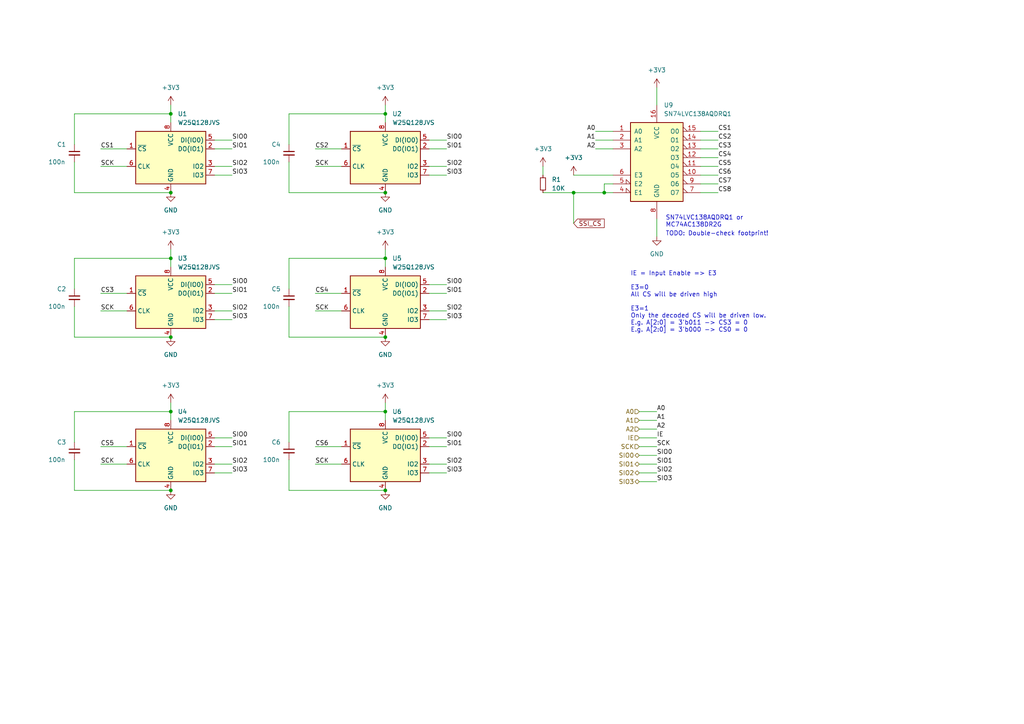
<source format=kicad_sch>
(kicad_sch (version 20211123) (generator eeschema)
  (paper "A4")
  (lib_symbols
    (symbol "74xx:74LS138" (pin_names (offset 1.016))
      (property "Reference" "U" (at -7.62 11.43 0))
      (property "Value" "74LS138" (at -7.62 -13.97 0))
      (symbol "74LS138_1_0"
        (pin input line (at -12.7 7.62 0) (length 5.08) (name "A0") (number "1"))
        (pin output output_low (at 12.7 -5.08 180) (length 5.08) (name "O5") (number "10"))
        (pin output output_low (at 12.7 -2.54 180) (length 5.08) (name "O4") (number "11"))
        (pin output output_low (at 12.7 0 180) (length 5.08) (name "O3") (number "12"))
        (pin output output_low (at 12.7 2.54 180) (length 5.08) (name "O2") (number "13"))
        (pin output output_low (at 12.7 5.08 180) (length 5.08) (name "O1") (number "14"))
        (pin output output_low (at 12.7 7.62 180) (length 5.08) (name "O0") (number "15"))
        (pin power_in line (at 0 15.24 270) (length 5.08) (name "VCC") (number "16"))
        (pin input line (at -12.7 5.08 0) (length 5.08) (name "A1") (number "2"))
        (pin input line (at -12.7 2.54 0) (length 5.08) (name "A2") (number "3"))
        (pin input input_low (at -12.7 -10.16 0) (length 5.08) (name "E1") (number "4"))
        (pin input input_low (at -12.7 -7.62 0) (length 5.08) (name "E2") (number "5"))
        (pin input line (at -12.7 -5.08 0) (length 5.08) (name "E3") (number "6"))
        (pin output output_low (at 12.7 -10.16 180) (length 5.08) (name "O7") (number "7"))
        (pin power_in line (at 0 -17.78 90) (length 5.08) (name "GND") (number "8"))
        (pin output output_low (at 12.7 -7.62 180) (length 5.08) (name "O6") (number "9"))
      )
      (symbol "74LS138_1_1"
        (rectangle (start -7.62 10.16) (end 7.62 -12.7) (stroke (width 0.254)) (fill (type background)))
      )
    )
    (symbol "Device:C_Small" (pin_numbers hide) (pin_names (offset 0.254) hide)
      (property "Reference" "C" (at 0.254 1.778 0))
      (property "Value" "C_Small" (at 0.254 -2.032 0))
      (symbol "C_Small_0_1"
        (polyline (pts (xy -1.524 -0.508) (xy 1.524 -0.508)) (stroke (width 0.3302)))
        (polyline (pts (xy -1.524 0.508) (xy 1.524 0.508)) (stroke (width 0.3048)))
      )
      (symbol "C_Small_1_1"
        (pin passive line (at 0 2.54 270) (length 2.032) (name "~") (number "1"))
        (pin passive line (at 0 -2.54 90) (length 2.032) (name "~") (number "2"))
      )
    )
    (symbol "Device:R_Small" (pin_numbers hide) (pin_names (offset 0.254) hide)
      (property "Reference" "R" (at 0.762 0.508 0))
      (property "Value" "R_Small" (at 0.762 -1.016 0))
      (symbol "R_Small_0_1"
        (rectangle (start -0.762 1.778) (end 0.762 -1.778) (stroke (width 0.2032)))
      )
      (symbol "R_Small_1_1"
        (pin passive line (at 0 2.54 270) (length 0.762) (name "~") (number "1"))
        (pin passive line (at 0 -2.54 90) (length 0.762) (name "~") (number "2"))
      )
    )
    (symbol "Memory_Flash:W25Q128JVS"
      (property "Reference" "U" (at -8.89 8.89 0))
      (property "Value" "W25Q128JVS" (at 7.62 8.89 0))
      (symbol "W25Q128JVS_0_1"
        (rectangle (start -10.16 7.62) (end 10.16 -7.62) (stroke (width 0.254)) (fill (type background)))
      )
      (symbol "W25Q128JVS_1_1"
        (pin input line (at -12.7 2.54 0) (length 2.54) (name "~{CS}") (number "1"))
        (pin bidirectional line (at 12.7 2.54 180) (length 2.54) (name "DO(IO1)") (number "2"))
        (pin bidirectional line (at 12.7 -2.54 180) (length 2.54) (name "IO2") (number "3"))
        (pin power_in line (at 0 -10.16 90) (length 2.54) (name "GND") (number "4"))
        (pin bidirectional line (at 12.7 5.08 180) (length 2.54) (name "DI(IO0)") (number "5"))
        (pin input line (at -12.7 -2.54 0) (length 2.54) (name "CLK") (number "6"))
        (pin bidirectional line (at 12.7 -5.08 180) (length 2.54) (name "IO3") (number "7"))
        (pin power_in line (at 0 10.16 270) (length 2.54) (name "VCC") (number "8"))
      )
    )
    (symbol "power:+3V3" (power) (pin_names (offset 0))
      (property "Value" "+3V3" (at 0 3.556 0))
      (symbol "+3V3_0_1"
        (polyline (pts (xy -0.762 1.27) (xy 0 2.54)))
        (polyline (pts (xy 0 0) (xy 0 2.54)))
        (polyline (pts (xy 0 2.54) (xy 0.762 1.27)))
      )
      (symbol "+3V3_1_1"
        (pin power_in line (at 0 0 90) (length 0) hide (name "+3V3") (number "1"))
      )
    )
    (symbol "power:GND" (power) (pin_names (offset 0))
      (property "Value" "GND" (at 0 -3.81 0))
      (symbol "GND_0_1"
        (polyline (pts (xy 0 0) (xy 0 -1.27) (xy 1.27 -1.27) (xy 0 -2.54) (xy -1.27 -1.27) (xy 0 -1.27)))
      )
      (symbol "GND_1_1"
        (pin power_in line (at 0 0 270) (length 0) hide (name "GND") (number "1"))
      )
    )
  )
  (junction (at 49.53 142.24))
  (junction (at 111.76 97.79))
  (junction (at 175.26 55.88))
  (junction (at 111.76 119.38))
  (junction (at 111.76 55.88))
  (junction (at 49.53 119.38))
  (junction (at 49.53 33.02))
  (junction (at 49.53 74.93))
  (junction (at 111.76 74.93))
  (junction (at 111.76 33.02))
  (junction (at 49.53 97.79))
  (junction (at 49.53 55.88))
  (junction (at 111.76 142.24))
  (junction (at 166.37 55.88))
  (wire (pts (xy 190.5 63.5) (xy 190.5 68.58)))
  (wire (pts (xy 62.23 40.64) (xy 67.31 40.64)))
  (wire (pts (xy 175.26 53.34) (xy 175.26 55.88)))
  (wire (pts (xy 203.2 40.64) (xy 208.28 40.64)))
  (wire (pts (xy 29.21 134.62) (xy 36.83 134.62)))
  (wire (pts (xy 83.82 97.79) (xy 111.76 97.79)))
  (wire (pts (xy 124.46 137.16) (xy 129.54 137.16)))
  (wire (pts (xy 21.59 88.9) (xy 21.59 97.79)))
  (wire (pts (xy 83.82 88.9) (xy 83.82 97.79)))
  (wire (pts (xy 91.44 85.09) (xy 99.06 85.09)))
  (wire (pts (xy 62.23 129.54) (xy 67.31 129.54)))
  (wire (pts (xy 124.46 50.8) (xy 129.54 50.8)))
  (wire (pts (xy 111.76 33.02) (xy 111.76 35.56)))
  (wire (pts (xy 49.53 72.39) (xy 49.53 74.93)))
  (wire (pts (xy 62.23 90.17) (xy 67.31 90.17)))
  (wire (pts (xy 29.21 85.09) (xy 36.83 85.09)))
  (wire (pts (xy 185.42 127) (xy 190.5 127)))
  (wire (pts (xy 185.42 124.46) (xy 190.5 124.46)))
  (wire (pts (xy 62.23 134.62) (xy 67.31 134.62)))
  (wire (pts (xy 91.44 90.17) (xy 99.06 90.17)))
  (wire (pts (xy 111.76 72.39) (xy 111.76 74.93)))
  (wire (pts (xy 21.59 142.24) (xy 49.53 142.24)))
  (wire (pts (xy 185.42 132.08) (xy 190.5 132.08)))
  (wire (pts (xy 29.21 43.18) (xy 36.83 43.18)))
  (wire (pts (xy 203.2 45.72) (xy 208.28 45.72)))
  (wire (pts (xy 62.23 127) (xy 67.31 127)))
  (wire (pts (xy 49.53 116.84) (xy 49.53 119.38)))
  (wire (pts (xy 166.37 55.88) (xy 175.26 55.88)))
  (wire (pts (xy 83.82 33.02) (xy 83.82 41.91)))
  (wire (pts (xy 21.59 46.99) (xy 21.59 55.88)))
  (wire (pts (xy 175.26 55.88) (xy 177.8 55.88)))
  (wire (pts (xy 83.82 119.38) (xy 83.82 128.27)))
  (wire (pts (xy 185.42 119.38) (xy 190.5 119.38)))
  (wire (pts (xy 166.37 55.88) (xy 166.37 64.77)))
  (wire (pts (xy 49.53 33.02) (xy 49.53 35.56)))
  (wire (pts (xy 157.48 48.26) (xy 157.48 50.8)))
  (wire (pts (xy 124.46 48.26) (xy 129.54 48.26)))
  (wire (pts (xy 185.42 134.62) (xy 190.5 134.62)))
  (wire (pts (xy 172.72 43.18) (xy 177.8 43.18)))
  (wire (pts (xy 83.82 142.24) (xy 111.76 142.24)))
  (wire (pts (xy 175.26 53.34) (xy 177.8 53.34)))
  (wire (pts (xy 111.76 74.93) (xy 111.76 77.47)))
  (wire (pts (xy 91.44 48.26) (xy 99.06 48.26)))
  (wire (pts (xy 62.23 82.55) (xy 67.31 82.55)))
  (wire (pts (xy 62.23 137.16) (xy 67.31 137.16)))
  (wire (pts (xy 49.53 74.93) (xy 49.53 77.47)))
  (wire (pts (xy 49.53 33.02) (xy 21.59 33.02)))
  (wire (pts (xy 111.76 30.48) (xy 111.76 33.02)))
  (wire (pts (xy 203.2 43.18) (xy 208.28 43.18)))
  (wire (pts (xy 21.59 133.35) (xy 21.59 142.24)))
  (wire (pts (xy 83.82 55.88) (xy 111.76 55.88)))
  (wire (pts (xy 124.46 90.17) (xy 129.54 90.17)))
  (wire (pts (xy 157.48 55.88) (xy 166.37 55.88)))
  (wire (pts (xy 91.44 129.54) (xy 99.06 129.54)))
  (wire (pts (xy 62.23 50.8) (xy 67.31 50.8)))
  (wire (pts (xy 185.42 137.16) (xy 190.5 137.16)))
  (wire (pts (xy 83.82 74.93) (xy 83.82 83.82)))
  (wire (pts (xy 124.46 92.71) (xy 129.54 92.71)))
  (wire (pts (xy 111.76 116.84) (xy 111.76 119.38)))
  (wire (pts (xy 203.2 50.8) (xy 208.28 50.8)))
  (wire (pts (xy 62.23 48.26) (xy 67.31 48.26)))
  (wire (pts (xy 172.72 40.64) (xy 177.8 40.64)))
  (wire (pts (xy 49.53 74.93) (xy 21.59 74.93)))
  (wire (pts (xy 29.21 90.17) (xy 36.83 90.17)))
  (wire (pts (xy 111.76 33.02) (xy 83.82 33.02)))
  (wire (pts (xy 49.53 30.48) (xy 49.53 33.02)))
  (wire (pts (xy 124.46 127) (xy 129.54 127)))
  (wire (pts (xy 62.23 92.71) (xy 67.31 92.71)))
  (wire (pts (xy 124.46 85.09) (xy 129.54 85.09)))
  (wire (pts (xy 124.46 82.55) (xy 129.54 82.55)))
  (wire (pts (xy 62.23 43.18) (xy 67.31 43.18)))
  (wire (pts (xy 91.44 134.62) (xy 99.06 134.62)))
  (wire (pts (xy 124.46 43.18) (xy 129.54 43.18)))
  (wire (pts (xy 203.2 53.34) (xy 208.28 53.34)))
  (wire (pts (xy 203.2 55.88) (xy 208.28 55.88)))
  (wire (pts (xy 124.46 40.64) (xy 129.54 40.64)))
  (wire (pts (xy 29.21 48.26) (xy 36.83 48.26)))
  (wire (pts (xy 185.42 121.92) (xy 190.5 121.92)))
  (wire (pts (xy 111.76 119.38) (xy 83.82 119.38)))
  (wire (pts (xy 29.21 129.54) (xy 36.83 129.54)))
  (wire (pts (xy 21.59 55.88) (xy 49.53 55.88)))
  (wire (pts (xy 83.82 133.35) (xy 83.82 142.24)))
  (wire (pts (xy 21.59 33.02) (xy 21.59 41.91)))
  (wire (pts (xy 21.59 74.93) (xy 21.59 83.82)))
  (wire (pts (xy 83.82 46.99) (xy 83.82 55.88)))
  (wire (pts (xy 49.53 119.38) (xy 49.53 121.92)))
  (wire (pts (xy 124.46 129.54) (xy 129.54 129.54)))
  (wire (pts (xy 185.42 129.54) (xy 190.5 129.54)))
  (wire (pts (xy 111.76 74.93) (xy 83.82 74.93)))
  (wire (pts (xy 166.37 50.8) (xy 177.8 50.8)))
  (wire (pts (xy 203.2 48.26) (xy 208.28 48.26)))
  (wire (pts (xy 21.59 97.79) (xy 49.53 97.79)))
  (wire (pts (xy 91.44 43.18) (xy 99.06 43.18)))
  (wire (pts (xy 185.42 139.7) (xy 190.5 139.7)))
  (wire (pts (xy 190.5 25.4) (xy 190.5 30.48)))
  (wire (pts (xy 124.46 134.62) (xy 129.54 134.62)))
  (wire (pts (xy 49.53 119.38) (xy 21.59 119.38)))
  (wire (pts (xy 172.72 38.1) (xy 177.8 38.1)))
  (wire (pts (xy 111.76 119.38) (xy 111.76 121.92)))
  (wire (pts (xy 203.2 38.1) (xy 208.28 38.1)))
  (wire (pts (xy 21.59 119.38) (xy 21.59 128.27)))
  (wire (pts (xy 62.23 85.09) (xy 67.31 85.09)))
  (text "TODO: Double-check footprint!" (at 193.04 68.58 0) (effects (font (size 1.27 1.27)) (justify left bottom)))
  (text "IE = Input Enable => E3\n\nE3=0\nAll CS will be driven high\n\nE3=1\nOnly the decoded CS will be driven low.\nE.g. A[2:0] = 3'b011 -> CS3 = 0\nE.g. A[2:0] = 3'b000 -> CS0 = 0\n" (at 182.88 96.52 0) (effects (font (size 1.27 1.27)) (justify left bottom)))
  (text "SN74LVC138AQDRQ1 or\nMC74AC138DR2G" (at 193.04 66.04 0) (effects (font (size 1.27 1.27)) (justify left bottom)))
  (label "SIO0" (at 129.54 127 0))
  (label "SIO2" (at 190.5 137.16 0))
  (label "SIO2" (at 129.54 90.17 0))
  (label "SIO0" (at 129.54 82.55 0))
  (label "A2" (at 172.72 43.18 180))
  (label "CS2" (at 91.44 43.18 0))
  (label "IE" (at 190.5 127 0))
  (label "CS1" (at 208.28 38.1 0))
  (label "SIO3" (at 67.31 137.16 0))
  (label "SCK" (at 91.44 90.17 0))
  (label "A1" (at 172.72 40.64 180))
  (label "SIO0" (at 67.31 127 0))
  (label "CS6" (at 208.28 50.8 0))
  (label "SIO3" (at 129.54 92.71 0))
  (label "SIO1" (at 129.54 129.54 0))
  (label "SIO3" (at 190.5 139.7 0))
  (label "SCK" (at 29.21 134.62 0))
  (label "SIO0" (at 67.31 40.64 0))
  (label "CS2" (at 208.28 40.64 0))
  (label "SCK" (at 190.5 129.54 0))
  (label "CS8" (at 208.28 55.88 0))
  (label "SIO2" (at 129.54 48.26 0))
  (label "CS5" (at 208.28 48.26 0))
  (label "A2" (at 190.5 124.46 0))
  (label "SIO2" (at 129.54 134.62 0))
  (label "CS5" (at 29.21 129.54 0))
  (label "SCK" (at 91.44 48.26 0))
  (label "CS3" (at 29.21 85.09 0))
  (label "CS4" (at 208.28 45.72 0))
  (label "CS4" (at 91.44 85.09 0))
  (label "SIO3" (at 129.54 50.8 0))
  (label "CS3" (at 208.28 43.18 0))
  (label "A1" (at 190.5 121.92 0))
  (label "A0" (at 172.72 38.1 180))
  (label "CS7" (at 208.28 53.34 0))
  (label "SIO0" (at 67.31 82.55 0))
  (label "SIO0" (at 190.5 132.08 0))
  (label "SIO0" (at 129.54 40.64 0))
  (label "SIO1" (at 67.31 129.54 0))
  (label "SIO1" (at 67.31 85.09 0))
  (label "SCK" (at 29.21 48.26 0))
  (label "SIO1" (at 67.31 43.18 0))
  (label "CS1" (at 29.21 43.18 0))
  (label "SIO2" (at 67.31 134.62 0))
  (label "A0" (at 190.5 119.38 0))
  (label "SCK" (at 29.21 90.17 0))
  (label "SIO2" (at 67.31 90.17 0))
  (label "SIO1" (at 129.54 43.18 0))
  (label "CS6" (at 91.44 129.54 0))
  (label "SIO2" (at 67.31 48.26 0))
  (label "SIO3" (at 129.54 137.16 0))
  (label "SIO3" (at 67.31 50.8 0))
  (label "SIO3" (at 67.31 92.71 0))
  (label "SIO1" (at 129.54 85.09 0))
  (label "SIO1" (at 190.5 134.62 0))
  (label "SCK" (at 91.44 134.62 0))
  (global_label "~{SSI_CS}" (shape input) (at 166.37 64.77 0) (property "Intersheet References" "${INTERSHEET_REFS}" (effects hide)))
  (hierarchical_label "IE" (shape input) (at 185.42 127 180))
  (hierarchical_label "A2" (shape input) (at 185.42 124.46 180))
  (hierarchical_label "SIO3" (shape bidirectional) (at 185.42 139.7 180))
  (hierarchical_label "A0" (shape input) (at 185.42 119.38 180))
  (hierarchical_label "SIO2" (shape bidirectional) (at 185.42 137.16 180))
  (hierarchical_label "SIO0" (shape bidirectional) (at 185.42 132.08 180))
  (hierarchical_label "SIO1" (shape bidirectional) (at 185.42 134.62 180))
  (hierarchical_label "A1" (shape input) (at 185.42 121.92 180))
  (hierarchical_label "SCK" (shape input) (at 185.42 129.54 180))
  (symbol (lib_id "power:+3V3") (at 190.5 25.4 0) (unit 1)
    (property "Reference" "#PWR019" (effects hide))
    (property "Value" "+3V3" (at 190.5 20.32 0))
  )
  (symbol (lib_id "power:+3V3") (at 111.76 30.48 0) (unit 1)
    (property "Reference" "#PWR0123" (effects hide))
    (property "Value" "+3V3" (at 111.76 25.4 0))
  )
  (symbol (lib_id "power:GND") (at 111.76 142.24 0) (unit 1)
    (property "Reference" "#PWR0131" (effects hide))
    (property "Value" "GND" (at 111.76 147.32 0))
  )
  (symbol (lib_id "Device:C_Small") (at 21.59 130.81 0) (unit 1)
    (property "Reference" "C3" (at 16.51 128.27 0) (effects (justify left)))
    (property "Value" "100n" (at 13.97 133.35 0) (effects (justify left)))
    (property "Footprint" "Capacitor_SMD:C_0402_1005Metric" (effects hide))
  )
  (symbol (lib_id "74xx:74LS138") (at 190.5 45.72 0) (unit 1)
    (property "Reference" "U9" (at 192.5194 30.48 0) (effects (justify left)))
    (property "Value" "SN74LVC138AQDRQ1" (at 192.5194 33.02 0) (effects (justify left)))
    (property "Footprint" "Package_SO:SOP-16_4.4x10.4mm_P1.27mm" (effects hide))
    (property "Datasheet" "https://www.ti.com/lit/ds/symlink/sn74lvc138a-q1.pdf?ts=1658089127975" (effects hide))
  )
  (symbol (lib_id "power:+3V3") (at 166.37 50.8 0) (unit 1)
    (property "Reference" "#PWR0119" (effects hide))
    (property "Value" "+3V3" (at 166.37 45.72 0))
  )
  (symbol (lib_id "Memory_Flash:W25Q128JVS") (at 111.76 45.72 0) (unit 1)
    (property "Reference" "U2" (at 113.7794 33.02 0) (effects (justify left)))
    (property "Value" "W25Q128JVS" (at 113.7794 35.56 0) (effects (justify left)))
    (property "Footprint" "Package_SO:SOIC-8_5.23x5.23mm_P1.27mm" (effects hide))
    (property "Datasheet" "http://www.winbond.com/resource-files/w25q128jv_dtr%20revc%2003272018%20plus.pdf" (effects hide))
  )
  (symbol (lib_id "Memory_Flash:W25Q128JVS") (at 49.53 132.08 0) (unit 1)
    (property "Reference" "U4" (at 51.5494 119.38 0) (effects (justify left)))
    (property "Value" "W25Q128JVS" (at 51.5494 121.92 0) (effects (justify left)))
    (property "Footprint" "Package_SO:SOIC-8_5.23x5.23mm_P1.27mm" (effects hide))
    (property "Datasheet" "http://www.winbond.com/resource-files/w25q128jv_dtr%20revc%2003272018%20plus.pdf" (effects hide))
  )
  (symbol (lib_id "power:GND") (at 49.53 97.79 0) (unit 1)
    (property "Reference" "#PWR0122" (effects hide))
    (property "Value" "GND" (at 49.53 102.87 0))
  )
  (symbol (lib_id "Device:C_Small") (at 21.59 44.45 0) (unit 1)
    (property "Reference" "C1" (at 16.51 41.91 0) (effects (justify left)))
    (property "Value" "100n" (at 13.97 46.99 0) (effects (justify left)))
    (property "Footprint" "Capacitor_SMD:C_0402_1005Metric" (effects hide))
  )
  (symbol (lib_id "power:GND") (at 111.76 55.88 0) (unit 1)
    (property "Reference" "#PWR0127" (effects hide))
    (property "Value" "GND" (at 111.76 60.96 0))
  )
  (symbol (lib_id "Device:R_Small") (at 157.48 53.34 0) (unit 1)
    (property "Reference" "R1" (at 160.02 52.0699 0) (effects (justify left)))
    (property "Value" "10K" (at 160.02 54.6099 0) (effects (justify left)))
    (property "Footprint" "Resistor_SMD:R_0402_1005Metric" (effects hide))
  )
  (symbol (lib_id "power:+3V3") (at 49.53 72.39 0) (unit 1)
    (property "Reference" "#PWR0126" (effects hide))
    (property "Value" "+3V3" (at 49.53 67.31 0))
  )
  (symbol (lib_id "power:GND") (at 49.53 142.24 0) (unit 1)
    (property "Reference" "#PWR0120" (effects hide))
    (property "Value" "GND" (at 49.53 147.32 0))
  )
  (symbol (lib_id "power:+3V3") (at 111.76 116.84 0) (unit 1)
    (property "Reference" "#PWR0130" (effects hide))
    (property "Value" "+3V3" (at 111.76 111.76 0))
  )
  (symbol (lib_id "Device:C_Small") (at 83.82 86.36 0) (unit 1)
    (property "Reference" "C5" (at 78.74 83.82 0) (effects (justify left)))
    (property "Value" "100n" (at 76.2 88.9 0) (effects (justify left)))
    (property "Footprint" "Capacitor_SMD:C_0402_1005Metric" (effects hide))
  )
  (symbol (lib_id "power:+3V3") (at 49.53 30.48 0) (unit 1)
    (property "Reference" "#PWR0124" (effects hide))
    (property "Value" "+3V3" (at 49.53 25.4 0))
  )
  (symbol (lib_id "power:+3V3") (at 49.53 116.84 0) (unit 1)
    (property "Reference" "#PWR0121" (effects hide))
    (property "Value" "+3V3" (at 49.53 111.76 0))
  )
  (symbol (lib_id "Memory_Flash:W25Q128JVS") (at 111.76 132.08 0) (unit 1)
    (property "Reference" "U6" (at 113.7794 119.38 0) (effects (justify left)))
    (property "Value" "W25Q128JVS" (at 113.7794 121.92 0) (effects (justify left)))
    (property "Footprint" "Package_SO:SOIC-8_5.23x5.23mm_P1.27mm" (effects hide))
    (property "Datasheet" "http://www.winbond.com/resource-files/w25q128jv_dtr%20revc%2003272018%20plus.pdf" (effects hide))
  )
  (symbol (lib_id "power:GND") (at 111.76 97.79 0) (unit 1)
    (property "Reference" "#PWR0129" (effects hide))
    (property "Value" "GND" (at 111.76 102.87 0))
  )
  (symbol (lib_id "Memory_Flash:W25Q128JVS") (at 49.53 45.72 0) (unit 1)
    (property "Reference" "U1" (at 51.5494 33.02 0) (effects (justify left)))
    (property "Value" "W25Q128JVS" (at 51.5494 35.56 0) (effects (justify left)))
    (property "Footprint" "Package_SO:SOIC-8_5.23x5.23mm_P1.27mm" (effects hide))
    (property "Datasheet" "http://www.winbond.com/resource-files/w25q128jv_dtr%20revc%2003272018%20plus.pdf" (effects hide))
  )
  (symbol (lib_id "Memory_Flash:W25Q128JVS") (at 111.76 87.63 0) (unit 1)
    (property "Reference" "U5" (at 113.7794 74.93 0) (effects (justify left)))
    (property "Value" "W25Q128JVS" (at 113.7794 77.47 0) (effects (justify left)))
    (property "Footprint" "Package_SO:SOIC-8_5.23x5.23mm_P1.27mm" (effects hide))
    (property "Datasheet" "http://www.winbond.com/resource-files/w25q128jv_dtr%20revc%2003272018%20plus.pdf" (effects hide))
  )
  (symbol (lib_id "Device:C_Small") (at 21.59 86.36 0) (unit 1)
    (property "Reference" "C2" (at 16.51 83.82 0) (effects (justify left)))
    (property "Value" "100n" (at 13.97 88.9 0) (effects (justify left)))
    (property "Footprint" "Capacitor_SMD:C_0402_1005Metric" (effects hide))
  )
  (symbol (lib_id "Memory_Flash:W25Q128JVS") (at 49.53 87.63 0) (unit 1)
    (property "Reference" "U3" (at 51.5494 74.93 0) (effects (justify left)))
    (property "Value" "W25Q128JVS" (at 51.5494 77.47 0) (effects (justify left)))
    (property "Footprint" "Package_SO:SOIC-8_5.23x5.23mm_P1.27mm" (effects hide))
    (property "Datasheet" "http://www.winbond.com/resource-files/w25q128jv_dtr%20revc%2003272018%20plus.pdf" (effects hide))
  )
  (symbol (lib_id "power:+3V3") (at 111.76 72.39 0) (unit 1)
    (property "Reference" "#PWR0128" (effects hide))
    (property "Value" "+3V3" (at 111.76 67.31 0))
  )
  (symbol (lib_id "power:GND") (at 49.53 55.88 0) (unit 1)
    (property "Reference" "#PWR0125" (effects hide))
    (property "Value" "GND" (at 49.53 60.96 0))
  )
  (symbol (lib_id "Device:C_Small") (at 83.82 44.45 0) (unit 1)
    (property "Reference" "C4" (at 78.74 41.91 0) (effects (justify left)))
    (property "Value" "100n" (at 76.2 46.99 0) (effects (justify left)))
    (property "Footprint" "Capacitor_SMD:C_0402_1005Metric" (effects hide))
  )
  (symbol (lib_id "Device:C_Small") (at 83.82 130.81 0) (unit 1)
    (property "Reference" "C6" (at 78.74 128.27 0) (effects (justify left)))
    (property "Value" "100n" (at 76.2 133.35 0) (effects (justify left)))
    (property "Footprint" "Capacitor_SMD:C_0402_1005Metric" (effects hide))
  )
  (symbol (lib_id "power:GND") (at 190.5 68.58 0) (unit 1)
    (property "Reference" "#PWR020" (effects hide))
    (property "Value" "GND" (at 190.5 73.66 0))
  )
  (symbol (lib_id "power:+3V3") (at 157.48 48.26 0) (unit 1)
    (property "Reference" "#PWR0111" (effects hide))
    (property "Value" "+3V3" (at 157.48 43.18 0))
  )
)
</source>
